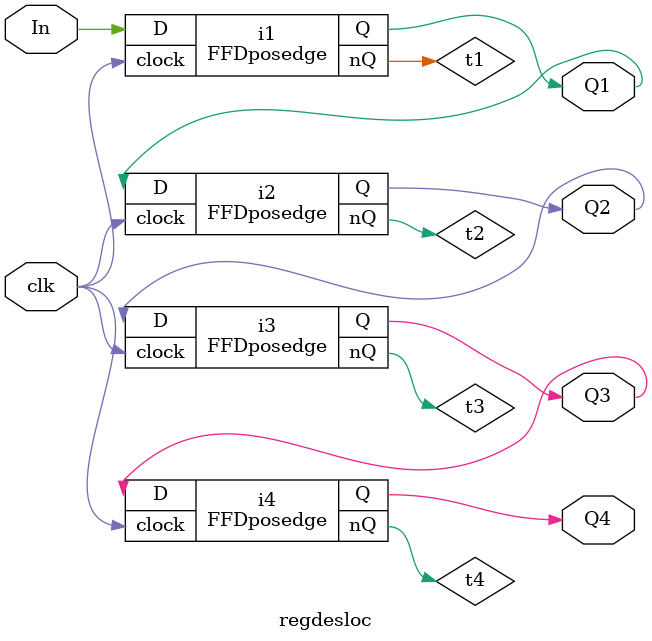
<source format=sv>
module latchD(input wire D, En, output Q, nQ);
  wire DEn, nDEn;  
  nand(DEn, D, En);
  nand(nDEn, ~D, En);
  nand(Q, DEn, nQ);
  nand(nQ, nDEn, Q);
endmodule

module FFDposedge (input D, clock, output Q, nQ);
  wire clk;
  assign clk = ~clock;
  wire wl1;
  wire trash;
  latchD latch1 (D, clk, wl1, trash);
  latchD latch2 (wl1, ~clk, Q, nQ);
endmodule

module regdesloc(input In, clk, output Q1, Q2, Q3, Q4);
  wire t1, t2, t3, t4;
  FFDposedge i1 (In, clk, Q1, t1);
  FFDposedge i2 (Q1, clk, Q2, t2);
  FFDposedge i3 (Q2, clk, Q3, t3);
  FFDposedge i4 (Q3, clk, Q4, t4);
  
endmodule
</source>
